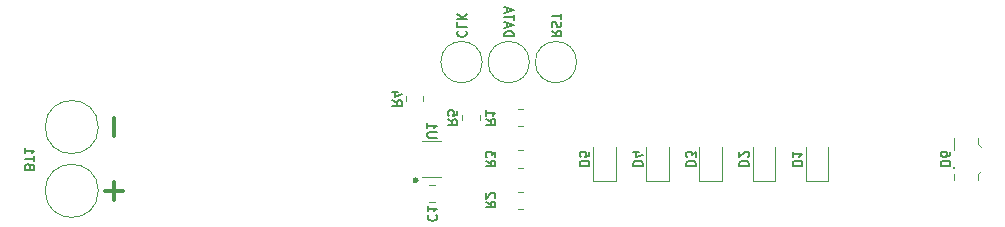
<source format=gbr>
%TF.GenerationSoftware,KiCad,Pcbnew,7.0.1*%
%TF.CreationDate,2023-04-13T17:43:14+02:00*%
%TF.ProjectId,ET-Abschlussgadget_2023,45542d41-6273-4636-986c-757373676164,rev?*%
%TF.SameCoordinates,Original*%
%TF.FileFunction,Legend,Bot*%
%TF.FilePolarity,Positive*%
%FSLAX45Y45*%
G04 Gerber Fmt 4.5, Leading zero omitted, Abs format (unit mm)*
G04 Created by KiCad (PCBNEW 7.0.1) date 2023-04-13 17:43:14*
%MOMM*%
%LPD*%
G01*
G04 APERTURE LIST*
%ADD10C,0.300000*%
%ADD11C,0.150000*%
%ADD12C,0.120000*%
%ADD13C,0.500000*%
G04 APERTURE END LIST*
D10*
X11100667Y-10506190D02*
X11100667Y-10353810D01*
X11100667Y-11046190D02*
X11100667Y-10893810D01*
X11024476Y-10970000D02*
X11176857Y-10970000D01*
D11*
%TO.C,D2*%
X16392990Y-10759048D02*
X16472990Y-10759048D01*
X16472990Y-10759048D02*
X16472990Y-10740000D01*
X16472990Y-10740000D02*
X16469181Y-10728571D01*
X16469181Y-10728571D02*
X16461562Y-10720952D01*
X16461562Y-10720952D02*
X16453943Y-10717143D01*
X16453943Y-10717143D02*
X16438705Y-10713333D01*
X16438705Y-10713333D02*
X16427276Y-10713333D01*
X16427276Y-10713333D02*
X16412038Y-10717143D01*
X16412038Y-10717143D02*
X16404419Y-10720952D01*
X16404419Y-10720952D02*
X16396800Y-10728571D01*
X16396800Y-10728571D02*
X16392990Y-10740000D01*
X16392990Y-10740000D02*
X16392990Y-10759048D01*
X16465371Y-10682857D02*
X16469181Y-10679048D01*
X16469181Y-10679048D02*
X16472990Y-10671429D01*
X16472990Y-10671429D02*
X16472990Y-10652381D01*
X16472990Y-10652381D02*
X16469181Y-10644762D01*
X16469181Y-10644762D02*
X16465371Y-10640952D01*
X16465371Y-10640952D02*
X16457752Y-10637143D01*
X16457752Y-10637143D02*
X16450133Y-10637143D01*
X16450133Y-10637143D02*
X16438705Y-10640952D01*
X16438705Y-10640952D02*
X16392990Y-10686667D01*
X16392990Y-10686667D02*
X16392990Y-10637143D01*
%TO.C,BT1*%
X10384895Y-10762857D02*
X10381086Y-10751429D01*
X10381086Y-10751429D02*
X10377276Y-10747619D01*
X10377276Y-10747619D02*
X10369657Y-10743809D01*
X10369657Y-10743809D02*
X10358229Y-10743809D01*
X10358229Y-10743809D02*
X10350610Y-10747619D01*
X10350610Y-10747619D02*
X10346800Y-10751429D01*
X10346800Y-10751429D02*
X10342990Y-10759048D01*
X10342990Y-10759048D02*
X10342990Y-10789524D01*
X10342990Y-10789524D02*
X10422990Y-10789524D01*
X10422990Y-10789524D02*
X10422990Y-10762857D01*
X10422990Y-10762857D02*
X10419181Y-10755238D01*
X10419181Y-10755238D02*
X10415371Y-10751429D01*
X10415371Y-10751429D02*
X10407752Y-10747619D01*
X10407752Y-10747619D02*
X10400133Y-10747619D01*
X10400133Y-10747619D02*
X10392514Y-10751429D01*
X10392514Y-10751429D02*
X10388705Y-10755238D01*
X10388705Y-10755238D02*
X10384895Y-10762857D01*
X10384895Y-10762857D02*
X10384895Y-10789524D01*
X10422990Y-10720952D02*
X10422990Y-10675238D01*
X10342990Y-10698095D02*
X10422990Y-10698095D01*
X10342990Y-10606667D02*
X10342990Y-10652381D01*
X10342990Y-10629524D02*
X10422990Y-10629524D01*
X10422990Y-10629524D02*
X10411562Y-10637143D01*
X10411562Y-10637143D02*
X10403943Y-10644762D01*
X10403943Y-10644762D02*
X10400133Y-10652381D01*
%TO.C,D6*%
X18097990Y-10759048D02*
X18177990Y-10759048D01*
X18177990Y-10759048D02*
X18177990Y-10740000D01*
X18177990Y-10740000D02*
X18174181Y-10728571D01*
X18174181Y-10728571D02*
X18166562Y-10720952D01*
X18166562Y-10720952D02*
X18158943Y-10717143D01*
X18158943Y-10717143D02*
X18143705Y-10713333D01*
X18143705Y-10713333D02*
X18132276Y-10713333D01*
X18132276Y-10713333D02*
X18117038Y-10717143D01*
X18117038Y-10717143D02*
X18109419Y-10720952D01*
X18109419Y-10720952D02*
X18101800Y-10728571D01*
X18101800Y-10728571D02*
X18097990Y-10740000D01*
X18097990Y-10740000D02*
X18097990Y-10759048D01*
X18177990Y-10644762D02*
X18177990Y-10660000D01*
X18177990Y-10660000D02*
X18174181Y-10667619D01*
X18174181Y-10667619D02*
X18170371Y-10671429D01*
X18170371Y-10671429D02*
X18158943Y-10679048D01*
X18158943Y-10679048D02*
X18143705Y-10682857D01*
X18143705Y-10682857D02*
X18113229Y-10682857D01*
X18113229Y-10682857D02*
X18105610Y-10679048D01*
X18105610Y-10679048D02*
X18101800Y-10675238D01*
X18101800Y-10675238D02*
X18097990Y-10667619D01*
X18097990Y-10667619D02*
X18097990Y-10652381D01*
X18097990Y-10652381D02*
X18101800Y-10644762D01*
X18101800Y-10644762D02*
X18105610Y-10640952D01*
X18105610Y-10640952D02*
X18113229Y-10637143D01*
X18113229Y-10637143D02*
X18132276Y-10637143D01*
X18132276Y-10637143D02*
X18139895Y-10640952D01*
X18139895Y-10640952D02*
X18143705Y-10644762D01*
X18143705Y-10644762D02*
X18147514Y-10652381D01*
X18147514Y-10652381D02*
X18147514Y-10667619D01*
X18147514Y-10667619D02*
X18143705Y-10675238D01*
X18143705Y-10675238D02*
X18139895Y-10679048D01*
X18139895Y-10679048D02*
X18132276Y-10682857D01*
%TO.C,U1*%
X13830490Y-10520952D02*
X13765728Y-10520952D01*
X13765728Y-10520952D02*
X13758109Y-10517143D01*
X13758109Y-10517143D02*
X13754300Y-10513333D01*
X13754300Y-10513333D02*
X13750490Y-10505714D01*
X13750490Y-10505714D02*
X13750490Y-10490476D01*
X13750490Y-10490476D02*
X13754300Y-10482857D01*
X13754300Y-10482857D02*
X13758109Y-10479048D01*
X13758109Y-10479048D02*
X13765728Y-10475238D01*
X13765728Y-10475238D02*
X13830490Y-10475238D01*
X13750490Y-10395238D02*
X13750490Y-10440952D01*
X13750490Y-10418095D02*
X13830490Y-10418095D01*
X13830490Y-10418095D02*
X13819062Y-10425714D01*
X13819062Y-10425714D02*
X13811443Y-10433333D01*
X13811443Y-10433333D02*
X13807633Y-10440952D01*
%TO.C,D3*%
X15942990Y-10759048D02*
X16022990Y-10759048D01*
X16022990Y-10759048D02*
X16022990Y-10740000D01*
X16022990Y-10740000D02*
X16019181Y-10728571D01*
X16019181Y-10728571D02*
X16011562Y-10720952D01*
X16011562Y-10720952D02*
X16003943Y-10717143D01*
X16003943Y-10717143D02*
X15988705Y-10713333D01*
X15988705Y-10713333D02*
X15977276Y-10713333D01*
X15977276Y-10713333D02*
X15962038Y-10717143D01*
X15962038Y-10717143D02*
X15954419Y-10720952D01*
X15954419Y-10720952D02*
X15946800Y-10728571D01*
X15946800Y-10728571D02*
X15942990Y-10740000D01*
X15942990Y-10740000D02*
X15942990Y-10759048D01*
X16022990Y-10686667D02*
X16022990Y-10637143D01*
X16022990Y-10637143D02*
X15992514Y-10663809D01*
X15992514Y-10663809D02*
X15992514Y-10652381D01*
X15992514Y-10652381D02*
X15988705Y-10644762D01*
X15988705Y-10644762D02*
X15984895Y-10640952D01*
X15984895Y-10640952D02*
X15977276Y-10637143D01*
X15977276Y-10637143D02*
X15958228Y-10637143D01*
X15958228Y-10637143D02*
X15950609Y-10640952D01*
X15950609Y-10640952D02*
X15946800Y-10644762D01*
X15946800Y-10644762D02*
X15942990Y-10652381D01*
X15942990Y-10652381D02*
X15942990Y-10675238D01*
X15942990Y-10675238D02*
X15946800Y-10682857D01*
X15946800Y-10682857D02*
X15950609Y-10686667D01*
%TO.C,TP4*%
X14010609Y-9615238D02*
X14006800Y-9619048D01*
X14006800Y-9619048D02*
X14002990Y-9630476D01*
X14002990Y-9630476D02*
X14002990Y-9638095D01*
X14002990Y-9638095D02*
X14006800Y-9649524D01*
X14006800Y-9649524D02*
X14014419Y-9657143D01*
X14014419Y-9657143D02*
X14022038Y-9660952D01*
X14022038Y-9660952D02*
X14037276Y-9664762D01*
X14037276Y-9664762D02*
X14048705Y-9664762D01*
X14048705Y-9664762D02*
X14063943Y-9660952D01*
X14063943Y-9660952D02*
X14071562Y-9657143D01*
X14071562Y-9657143D02*
X14079181Y-9649524D01*
X14079181Y-9649524D02*
X14082990Y-9638095D01*
X14082990Y-9638095D02*
X14082990Y-9630476D01*
X14082990Y-9630476D02*
X14079181Y-9619048D01*
X14079181Y-9619048D02*
X14075371Y-9615238D01*
X14002990Y-9542857D02*
X14002990Y-9580952D01*
X14002990Y-9580952D02*
X14082990Y-9580952D01*
X14002990Y-9516190D02*
X14082990Y-9516190D01*
X14002990Y-9470476D02*
X14048705Y-9504762D01*
X14082990Y-9470476D02*
X14037276Y-9516190D01*
%TO.C,R2*%
X14247990Y-11063333D02*
X14286086Y-11090000D01*
X14247990Y-11109048D02*
X14327990Y-11109048D01*
X14327990Y-11109048D02*
X14327990Y-11078571D01*
X14327990Y-11078571D02*
X14324181Y-11070952D01*
X14324181Y-11070952D02*
X14320371Y-11067143D01*
X14320371Y-11067143D02*
X14312752Y-11063333D01*
X14312752Y-11063333D02*
X14301324Y-11063333D01*
X14301324Y-11063333D02*
X14293705Y-11067143D01*
X14293705Y-11067143D02*
X14289895Y-11070952D01*
X14289895Y-11070952D02*
X14286086Y-11078571D01*
X14286086Y-11078571D02*
X14286086Y-11109048D01*
X14320371Y-11032857D02*
X14324181Y-11029048D01*
X14324181Y-11029048D02*
X14327990Y-11021429D01*
X14327990Y-11021429D02*
X14327990Y-11002381D01*
X14327990Y-11002381D02*
X14324181Y-10994762D01*
X14324181Y-10994762D02*
X14320371Y-10990952D01*
X14320371Y-10990952D02*
X14312752Y-10987143D01*
X14312752Y-10987143D02*
X14305133Y-10987143D01*
X14305133Y-10987143D02*
X14293705Y-10990952D01*
X14293705Y-10990952D02*
X14247990Y-11036667D01*
X14247990Y-11036667D02*
X14247990Y-10987143D01*
%TO.C,R5*%
X13922990Y-10363333D02*
X13961086Y-10390000D01*
X13922990Y-10409048D02*
X14002990Y-10409048D01*
X14002990Y-10409048D02*
X14002990Y-10378571D01*
X14002990Y-10378571D02*
X13999181Y-10370952D01*
X13999181Y-10370952D02*
X13995371Y-10367143D01*
X13995371Y-10367143D02*
X13987752Y-10363333D01*
X13987752Y-10363333D02*
X13976324Y-10363333D01*
X13976324Y-10363333D02*
X13968705Y-10367143D01*
X13968705Y-10367143D02*
X13964895Y-10370952D01*
X13964895Y-10370952D02*
X13961086Y-10378571D01*
X13961086Y-10378571D02*
X13961086Y-10409048D01*
X14002990Y-10290952D02*
X14002990Y-10329048D01*
X14002990Y-10329048D02*
X13964895Y-10332857D01*
X13964895Y-10332857D02*
X13968705Y-10329048D01*
X13968705Y-10329048D02*
X13972514Y-10321429D01*
X13972514Y-10321429D02*
X13972514Y-10302381D01*
X13972514Y-10302381D02*
X13968705Y-10294762D01*
X13968705Y-10294762D02*
X13964895Y-10290952D01*
X13964895Y-10290952D02*
X13957276Y-10287143D01*
X13957276Y-10287143D02*
X13938228Y-10287143D01*
X13938228Y-10287143D02*
X13930609Y-10290952D01*
X13930609Y-10290952D02*
X13926800Y-10294762D01*
X13926800Y-10294762D02*
X13922990Y-10302381D01*
X13922990Y-10302381D02*
X13922990Y-10321429D01*
X13922990Y-10321429D02*
X13926800Y-10329048D01*
X13926800Y-10329048D02*
X13930609Y-10332857D01*
%TO.C,D5*%
X15042990Y-10759048D02*
X15122990Y-10759048D01*
X15122990Y-10759048D02*
X15122990Y-10740000D01*
X15122990Y-10740000D02*
X15119181Y-10728571D01*
X15119181Y-10728571D02*
X15111562Y-10720952D01*
X15111562Y-10720952D02*
X15103943Y-10717143D01*
X15103943Y-10717143D02*
X15088705Y-10713333D01*
X15088705Y-10713333D02*
X15077276Y-10713333D01*
X15077276Y-10713333D02*
X15062038Y-10717143D01*
X15062038Y-10717143D02*
X15054419Y-10720952D01*
X15054419Y-10720952D02*
X15046800Y-10728571D01*
X15046800Y-10728571D02*
X15042990Y-10740000D01*
X15042990Y-10740000D02*
X15042990Y-10759048D01*
X15122990Y-10640952D02*
X15122990Y-10679048D01*
X15122990Y-10679048D02*
X15084895Y-10682857D01*
X15084895Y-10682857D02*
X15088705Y-10679048D01*
X15088705Y-10679048D02*
X15092514Y-10671429D01*
X15092514Y-10671429D02*
X15092514Y-10652381D01*
X15092514Y-10652381D02*
X15088705Y-10644762D01*
X15088705Y-10644762D02*
X15084895Y-10640952D01*
X15084895Y-10640952D02*
X15077276Y-10637143D01*
X15077276Y-10637143D02*
X15058228Y-10637143D01*
X15058228Y-10637143D02*
X15050609Y-10640952D01*
X15050609Y-10640952D02*
X15046800Y-10644762D01*
X15046800Y-10644762D02*
X15042990Y-10652381D01*
X15042990Y-10652381D02*
X15042990Y-10671429D01*
X15042990Y-10671429D02*
X15046800Y-10679048D01*
X15046800Y-10679048D02*
X15050609Y-10682857D01*
%TO.C,R3*%
X14247990Y-10713333D02*
X14286086Y-10740000D01*
X14247990Y-10759048D02*
X14327990Y-10759048D01*
X14327990Y-10759048D02*
X14327990Y-10728571D01*
X14327990Y-10728571D02*
X14324181Y-10720952D01*
X14324181Y-10720952D02*
X14320371Y-10717143D01*
X14320371Y-10717143D02*
X14312752Y-10713333D01*
X14312752Y-10713333D02*
X14301324Y-10713333D01*
X14301324Y-10713333D02*
X14293705Y-10717143D01*
X14293705Y-10717143D02*
X14289895Y-10720952D01*
X14289895Y-10720952D02*
X14286086Y-10728571D01*
X14286086Y-10728571D02*
X14286086Y-10759048D01*
X14327990Y-10686667D02*
X14327990Y-10637143D01*
X14327990Y-10637143D02*
X14297514Y-10663809D01*
X14297514Y-10663809D02*
X14297514Y-10652381D01*
X14297514Y-10652381D02*
X14293705Y-10644762D01*
X14293705Y-10644762D02*
X14289895Y-10640952D01*
X14289895Y-10640952D02*
X14282276Y-10637143D01*
X14282276Y-10637143D02*
X14263228Y-10637143D01*
X14263228Y-10637143D02*
X14255609Y-10640952D01*
X14255609Y-10640952D02*
X14251800Y-10644762D01*
X14251800Y-10644762D02*
X14247990Y-10652381D01*
X14247990Y-10652381D02*
X14247990Y-10675238D01*
X14247990Y-10675238D02*
X14251800Y-10682857D01*
X14251800Y-10682857D02*
X14255609Y-10686667D01*
%TO.C,D4*%
X15492990Y-10759048D02*
X15572990Y-10759048D01*
X15572990Y-10759048D02*
X15572990Y-10740000D01*
X15572990Y-10740000D02*
X15569181Y-10728571D01*
X15569181Y-10728571D02*
X15561562Y-10720952D01*
X15561562Y-10720952D02*
X15553943Y-10717143D01*
X15553943Y-10717143D02*
X15538705Y-10713333D01*
X15538705Y-10713333D02*
X15527276Y-10713333D01*
X15527276Y-10713333D02*
X15512038Y-10717143D01*
X15512038Y-10717143D02*
X15504419Y-10720952D01*
X15504419Y-10720952D02*
X15496800Y-10728571D01*
X15496800Y-10728571D02*
X15492990Y-10740000D01*
X15492990Y-10740000D02*
X15492990Y-10759048D01*
X15546324Y-10644762D02*
X15492990Y-10644762D01*
X15576800Y-10663809D02*
X15519657Y-10682857D01*
X15519657Y-10682857D02*
X15519657Y-10633333D01*
%TO.C,C1*%
X13760609Y-11173333D02*
X13756800Y-11177143D01*
X13756800Y-11177143D02*
X13752990Y-11188571D01*
X13752990Y-11188571D02*
X13752990Y-11196190D01*
X13752990Y-11196190D02*
X13756800Y-11207619D01*
X13756800Y-11207619D02*
X13764419Y-11215238D01*
X13764419Y-11215238D02*
X13772038Y-11219047D01*
X13772038Y-11219047D02*
X13787276Y-11222857D01*
X13787276Y-11222857D02*
X13798705Y-11222857D01*
X13798705Y-11222857D02*
X13813943Y-11219047D01*
X13813943Y-11219047D02*
X13821562Y-11215238D01*
X13821562Y-11215238D02*
X13829181Y-11207619D01*
X13829181Y-11207619D02*
X13832990Y-11196190D01*
X13832990Y-11196190D02*
X13832990Y-11188571D01*
X13832990Y-11188571D02*
X13829181Y-11177143D01*
X13829181Y-11177143D02*
X13825371Y-11173333D01*
X13752990Y-11097143D02*
X13752990Y-11142857D01*
X13752990Y-11120000D02*
X13832990Y-11120000D01*
X13832990Y-11120000D02*
X13821562Y-11127619D01*
X13821562Y-11127619D02*
X13813943Y-11135238D01*
X13813943Y-11135238D02*
X13810133Y-11142857D01*
%TO.C,R4*%
X13452990Y-10203333D02*
X13491086Y-10230000D01*
X13452990Y-10249048D02*
X13532990Y-10249048D01*
X13532990Y-10249048D02*
X13532990Y-10218571D01*
X13532990Y-10218571D02*
X13529181Y-10210952D01*
X13529181Y-10210952D02*
X13525371Y-10207143D01*
X13525371Y-10207143D02*
X13517752Y-10203333D01*
X13517752Y-10203333D02*
X13506324Y-10203333D01*
X13506324Y-10203333D02*
X13498705Y-10207143D01*
X13498705Y-10207143D02*
X13494895Y-10210952D01*
X13494895Y-10210952D02*
X13491086Y-10218571D01*
X13491086Y-10218571D02*
X13491086Y-10249048D01*
X13506324Y-10134762D02*
X13452990Y-10134762D01*
X13536800Y-10153809D02*
X13479657Y-10172857D01*
X13479657Y-10172857D02*
X13479657Y-10123333D01*
%TO.C,R1*%
X14247990Y-10363333D02*
X14286086Y-10390000D01*
X14247990Y-10409048D02*
X14327990Y-10409048D01*
X14327990Y-10409048D02*
X14327990Y-10378571D01*
X14327990Y-10378571D02*
X14324181Y-10370952D01*
X14324181Y-10370952D02*
X14320371Y-10367143D01*
X14320371Y-10367143D02*
X14312752Y-10363333D01*
X14312752Y-10363333D02*
X14301324Y-10363333D01*
X14301324Y-10363333D02*
X14293705Y-10367143D01*
X14293705Y-10367143D02*
X14289895Y-10370952D01*
X14289895Y-10370952D02*
X14286086Y-10378571D01*
X14286086Y-10378571D02*
X14286086Y-10409048D01*
X14247990Y-10287143D02*
X14247990Y-10332857D01*
X14247990Y-10310000D02*
X14327990Y-10310000D01*
X14327990Y-10310000D02*
X14316562Y-10317619D01*
X14316562Y-10317619D02*
X14308943Y-10325238D01*
X14308943Y-10325238D02*
X14305133Y-10332857D01*
%TO.C,TP3*%
X14402990Y-9660952D02*
X14482990Y-9660952D01*
X14482990Y-9660952D02*
X14482990Y-9641905D01*
X14482990Y-9641905D02*
X14479181Y-9630476D01*
X14479181Y-9630476D02*
X14471562Y-9622857D01*
X14471562Y-9622857D02*
X14463943Y-9619048D01*
X14463943Y-9619048D02*
X14448705Y-9615238D01*
X14448705Y-9615238D02*
X14437276Y-9615238D01*
X14437276Y-9615238D02*
X14422038Y-9619048D01*
X14422038Y-9619048D02*
X14414419Y-9622857D01*
X14414419Y-9622857D02*
X14406800Y-9630476D01*
X14406800Y-9630476D02*
X14402990Y-9641905D01*
X14402990Y-9641905D02*
X14402990Y-9660952D01*
X14425848Y-9584762D02*
X14425848Y-9546667D01*
X14402990Y-9592381D02*
X14482990Y-9565714D01*
X14482990Y-9565714D02*
X14402990Y-9539048D01*
X14482990Y-9523810D02*
X14482990Y-9478095D01*
X14402990Y-9500952D02*
X14482990Y-9500952D01*
X14425848Y-9455238D02*
X14425848Y-9417143D01*
X14402990Y-9462857D02*
X14482990Y-9436190D01*
X14482990Y-9436190D02*
X14402990Y-9409524D01*
%TO.C,TP2*%
X14802990Y-9615238D02*
X14841086Y-9641905D01*
X14802990Y-9660952D02*
X14882990Y-9660952D01*
X14882990Y-9660952D02*
X14882990Y-9630476D01*
X14882990Y-9630476D02*
X14879181Y-9622857D01*
X14879181Y-9622857D02*
X14875371Y-9619048D01*
X14875371Y-9619048D02*
X14867752Y-9615238D01*
X14867752Y-9615238D02*
X14856324Y-9615238D01*
X14856324Y-9615238D02*
X14848705Y-9619048D01*
X14848705Y-9619048D02*
X14844895Y-9622857D01*
X14844895Y-9622857D02*
X14841086Y-9630476D01*
X14841086Y-9630476D02*
X14841086Y-9660952D01*
X14806800Y-9584762D02*
X14802990Y-9573333D01*
X14802990Y-9573333D02*
X14802990Y-9554286D01*
X14802990Y-9554286D02*
X14806800Y-9546667D01*
X14806800Y-9546667D02*
X14810609Y-9542857D01*
X14810609Y-9542857D02*
X14818228Y-9539048D01*
X14818228Y-9539048D02*
X14825848Y-9539048D01*
X14825848Y-9539048D02*
X14833467Y-9542857D01*
X14833467Y-9542857D02*
X14837276Y-9546667D01*
X14837276Y-9546667D02*
X14841086Y-9554286D01*
X14841086Y-9554286D02*
X14844895Y-9569524D01*
X14844895Y-9569524D02*
X14848705Y-9577143D01*
X14848705Y-9577143D02*
X14852514Y-9580952D01*
X14852514Y-9580952D02*
X14860133Y-9584762D01*
X14860133Y-9584762D02*
X14867752Y-9584762D01*
X14867752Y-9584762D02*
X14875371Y-9580952D01*
X14875371Y-9580952D02*
X14879181Y-9577143D01*
X14879181Y-9577143D02*
X14882990Y-9569524D01*
X14882990Y-9569524D02*
X14882990Y-9550476D01*
X14882990Y-9550476D02*
X14879181Y-9539048D01*
X14882990Y-9516190D02*
X14882990Y-9470476D01*
X14802990Y-9493333D02*
X14882990Y-9493333D01*
%TO.C,D1*%
X16842990Y-10759048D02*
X16922990Y-10759048D01*
X16922990Y-10759048D02*
X16922990Y-10740000D01*
X16922990Y-10740000D02*
X16919181Y-10728571D01*
X16919181Y-10728571D02*
X16911562Y-10720952D01*
X16911562Y-10720952D02*
X16903943Y-10717143D01*
X16903943Y-10717143D02*
X16888705Y-10713333D01*
X16888705Y-10713333D02*
X16877276Y-10713333D01*
X16877276Y-10713333D02*
X16862038Y-10717143D01*
X16862038Y-10717143D02*
X16854419Y-10720952D01*
X16854419Y-10720952D02*
X16846800Y-10728571D01*
X16846800Y-10728571D02*
X16842990Y-10740000D01*
X16842990Y-10740000D02*
X16842990Y-10759048D01*
X16842990Y-10637143D02*
X16842990Y-10682857D01*
X16842990Y-10660000D02*
X16922990Y-10660000D01*
X16922990Y-10660000D02*
X16911562Y-10667619D01*
X16911562Y-10667619D02*
X16903943Y-10675238D01*
X16903943Y-10675238D02*
X16900133Y-10682857D01*
D12*
%TO.C,D2*%
X16504000Y-10886000D02*
X16504000Y-10600000D01*
X16696000Y-10886000D02*
X16504000Y-10886000D01*
X16696000Y-10600000D02*
X16696000Y-10886000D01*
%TO.C,BT1*%
X10965000Y-10970000D02*
G75*
G03*
X10965000Y-10970000I-225000J0D01*
G01*
X10965000Y-10430000D02*
G75*
G03*
X10965000Y-10430000I-225000J0D01*
G01*
%TO.C,D6*%
X18210000Y-10525000D02*
X18210000Y-10625000D01*
X18210000Y-10875000D02*
X18210000Y-10825000D01*
X18410000Y-10575000D02*
X18410000Y-10525000D01*
X18410000Y-10575000D02*
X18435000Y-10600000D01*
X18410000Y-10825000D02*
X18435000Y-10800000D01*
X18410000Y-10875000D02*
X18410000Y-10825000D01*
X18220000Y-10775000D02*
G75*
G03*
X18220000Y-10775000I-10000J0D01*
G01*
%TO.C,U1*%
X13787500Y-10544000D02*
X13707500Y-10544000D01*
X13787500Y-10544000D02*
X13867500Y-10544000D01*
X13787500Y-10856000D02*
X13707500Y-10856000D01*
X13787500Y-10856000D02*
X13867500Y-10856000D01*
D13*
X13652500Y-10880000D02*
G75*
G03*
X13652500Y-10880000I-5000J0D01*
G01*
D12*
%TO.C,D3*%
X16054000Y-10886000D02*
X16054000Y-10600000D01*
X16246000Y-10886000D02*
X16054000Y-10886000D01*
X16246000Y-10600000D02*
X16246000Y-10886000D01*
%TO.C,TP4*%
X14215000Y-9880000D02*
G75*
G03*
X14215000Y-9880000I-175000J0D01*
G01*
%TO.C,R2*%
X14514794Y-10976500D02*
X14560206Y-10976500D01*
X14514794Y-11123500D02*
X14560206Y-11123500D01*
%TO.C,R5*%
X14193500Y-10327294D02*
X14193500Y-10372706D01*
X14046500Y-10327294D02*
X14046500Y-10372706D01*
%TO.C,D5*%
X15154000Y-10886000D02*
X15154000Y-10600000D01*
X15346000Y-10886000D02*
X15154000Y-10886000D01*
X15346000Y-10600000D02*
X15346000Y-10886000D01*
%TO.C,R3*%
X14514794Y-10626500D02*
X14560206Y-10626500D01*
X14514794Y-10773500D02*
X14560206Y-10773500D01*
%TO.C,D4*%
X15604000Y-10886000D02*
X15604000Y-10600000D01*
X15796000Y-10886000D02*
X15604000Y-10886000D01*
X15796000Y-10600000D02*
X15796000Y-10886000D01*
%TO.C,C1*%
X13816125Y-11063500D02*
X13763875Y-11063500D01*
X13816125Y-10916500D02*
X13763875Y-10916500D01*
%TO.C,R4*%
X13566500Y-10212706D02*
X13566500Y-10167294D01*
X13713500Y-10212706D02*
X13713500Y-10167294D01*
%TO.C,R1*%
X14514794Y-10276500D02*
X14560206Y-10276500D01*
X14514794Y-10423500D02*
X14560206Y-10423500D01*
%TO.C,TP3*%
X14615000Y-9880000D02*
G75*
G03*
X14615000Y-9880000I-175000J0D01*
G01*
%TO.C,TP2*%
X15015000Y-9880000D02*
G75*
G03*
X15015000Y-9880000I-175000J0D01*
G01*
%TO.C,D1*%
X16954000Y-10886000D02*
X16954000Y-10600000D01*
X17146000Y-10886000D02*
X16954000Y-10886000D01*
X17146000Y-10600000D02*
X17146000Y-10886000D01*
%TD*%
M02*

</source>
